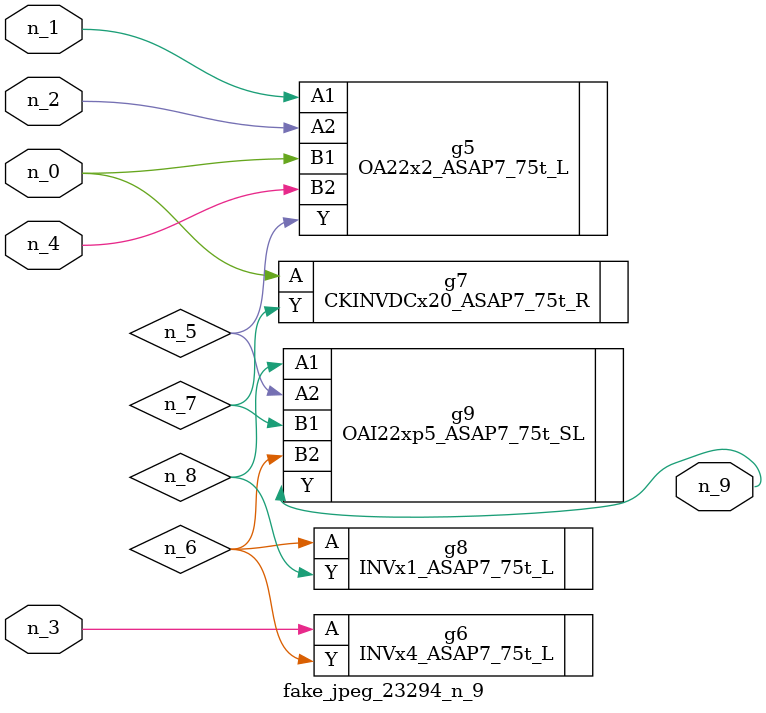
<source format=v>
module fake_jpeg_23294_n_9 (n_3, n_2, n_1, n_0, n_4, n_9);

input n_3;
input n_2;
input n_1;
input n_0;
input n_4;

output n_9;

wire n_8;
wire n_6;
wire n_5;
wire n_7;

OA22x2_ASAP7_75t_L g5 ( 
.A1(n_1),
.A2(n_2),
.B1(n_0),
.B2(n_4),
.Y(n_5)
);

INVx4_ASAP7_75t_L g6 ( 
.A(n_3),
.Y(n_6)
);

CKINVDCx20_ASAP7_75t_R g7 ( 
.A(n_0),
.Y(n_7)
);

INVx1_ASAP7_75t_L g8 ( 
.A(n_6),
.Y(n_8)
);

OAI22xp5_ASAP7_75t_SL g9 ( 
.A1(n_8),
.A2(n_5),
.B1(n_7),
.B2(n_6),
.Y(n_9)
);


endmodule
</source>
